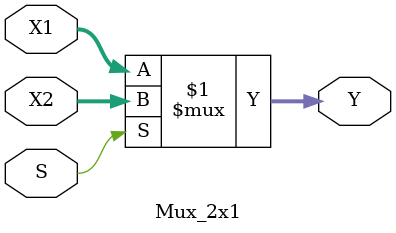
<source format=v>

module Mux_2x1(
    input [31:0] X1 , X2 ,
    output [31:0] Y,
    input S
    );
    
	 assign Y = S ? X2 : X1 ;

endmodule

</source>
